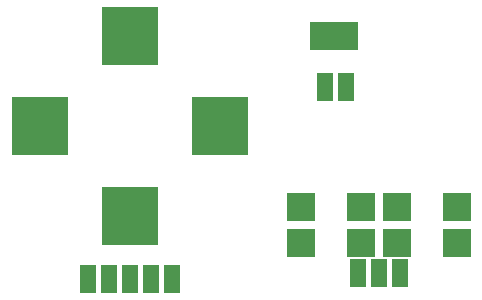
<source format=gbr>
G04 #@! TF.FileFunction,Soldermask,Top*
%FSLAX46Y46*%
G04 Gerber Fmt 4.6, Leading zero omitted, Abs format (unit mm)*
G04 Created by KiCad (PCBNEW 4.0.5+dfsg1-4) date Tue Aug 14 17:39:56 2018*
%MOMM*%
%LPD*%
G01*
G04 APERTURE LIST*
%ADD10C,0.100000*%
%ADD11R,1.400000X2.400000*%
%ADD12R,2.400000X4.900000*%
%ADD13R,2.000000X2.400000*%
%ADD14R,2.400000X2.400000*%
G04 APERTURE END LIST*
D10*
D11*
X125730000Y-131064000D03*
X123952000Y-131064000D03*
X122174000Y-131064000D03*
X127508000Y-131064000D03*
X129286000Y-131064000D03*
X148590000Y-130556000D03*
X146812000Y-130556000D03*
X145034000Y-130556000D03*
X144018000Y-114808000D03*
X142240000Y-114808000D03*
D12*
X132150000Y-118110000D03*
X134550000Y-118110000D03*
X119310000Y-118110000D03*
X116910000Y-118110000D03*
X124530000Y-125730000D03*
X126930000Y-125730000D03*
X126930000Y-110490000D03*
X124530000Y-110490000D03*
D13*
X142011400Y-110490000D03*
X143992600Y-110490000D03*
D14*
X140208000Y-124968000D03*
X140208000Y-128016000D03*
X145288000Y-128016000D03*
X145288000Y-124968000D03*
X153416000Y-124968000D03*
X153416000Y-128016000D03*
X148336000Y-128016000D03*
X148336000Y-124968000D03*
M02*

</source>
